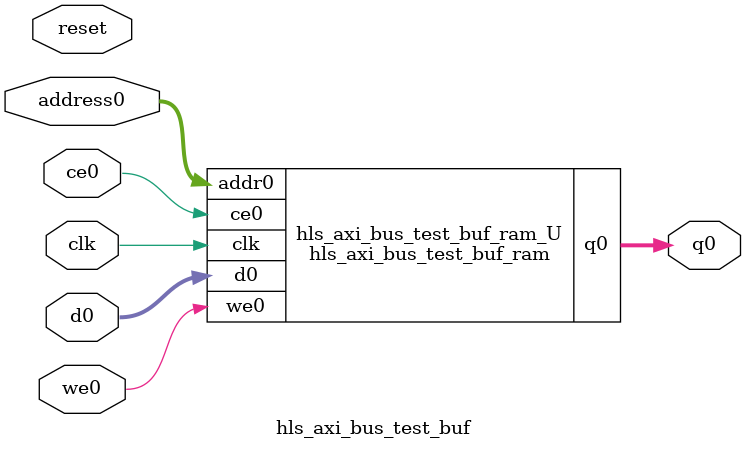
<source format=v>

module hls_axi_bus_test_buf_ram (addr0, ce0, d0, we0, q0,  clk);

parameter DWIDTH = 32;
parameter AWIDTH = 5;
parameter MEM_SIZE = 32;

input[AWIDTH-1:0] addr0;
input ce0;
input[DWIDTH-1:0] d0;
input we0;
output reg[DWIDTH-1:0] q0;
input clk;

(* ram_style = "block" *)reg [DWIDTH-1:0] ram[MEM_SIZE-1:0];




always @(posedge clk)
begin
    if (ce0)
    begin
        if (we0)
        begin
            ram[addr0] <= d0;
            q0 <= d0;
        end
        else
            q0 <= ram[addr0];
    end
end


endmodule


module hls_axi_bus_test_buf(
    reset,
    clk,
    address0,
    ce0,
    we0,
    d0,
    q0);

parameter DataWidth = 32'd32;
parameter AddressRange = 32'd32;
parameter AddressWidth = 32'd5;
input reset;
input clk;
input[AddressWidth - 1:0] address0;
input ce0;
input we0;
input[DataWidth - 1:0] d0;
output[DataWidth - 1:0] q0;



hls_axi_bus_test_buf_ram hls_axi_bus_test_buf_ram_U(
    .clk( clk ),
    .addr0( address0 ),
    .ce0( ce0 ),
    .d0( d0 ),
    .we0( we0 ),
    .q0( q0 ));

endmodule


</source>
